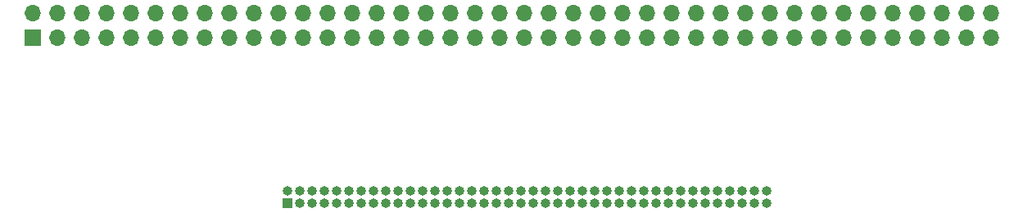
<source format=gbr>
%TF.GenerationSoftware,KiCad,Pcbnew,7.0.10*%
%TF.CreationDate,2024-01-11T10:13:55+00:00*%
%TF.ProjectId,1.27mm_To_2.54mm,312e3237-6d6d-45f5-946f-5f322e35346d,rev?*%
%TF.SameCoordinates,Original*%
%TF.FileFunction,Soldermask,Bot*%
%TF.FilePolarity,Negative*%
%FSLAX46Y46*%
G04 Gerber Fmt 4.6, Leading zero omitted, Abs format (unit mm)*
G04 Created by KiCad (PCBNEW 7.0.10) date 2024-01-11 10:13:55*
%MOMM*%
%LPD*%
G01*
G04 APERTURE LIST*
%ADD10R,1.000000X1.000000*%
%ADD11O,1.000000X1.000000*%
%ADD12R,1.700000X1.700000*%
%ADD13O,1.700000X1.700000*%
G04 APERTURE END LIST*
D10*
%TO.C,J1*%
X120472200Y-96951800D03*
D11*
X120472200Y-95681800D03*
X121742200Y-96951800D03*
X121742200Y-95681800D03*
X123012200Y-96951800D03*
X123012200Y-95681800D03*
X124282200Y-96951800D03*
X124282200Y-95681800D03*
X125552200Y-96951800D03*
X125552200Y-95681800D03*
X126822200Y-96951800D03*
X126822200Y-95681800D03*
X128092200Y-96951800D03*
X128092200Y-95681800D03*
X129362200Y-96951800D03*
X129362200Y-95681800D03*
X130632200Y-96951800D03*
X130632200Y-95681800D03*
X131902200Y-96951800D03*
X131902200Y-95681800D03*
X133172200Y-96951800D03*
X133172200Y-95681800D03*
X134442200Y-96951800D03*
X134442200Y-95681800D03*
X135712200Y-96951800D03*
X135712200Y-95681800D03*
X136982200Y-96951800D03*
X136982200Y-95681800D03*
X138252200Y-96951800D03*
X138252200Y-95681800D03*
X139522200Y-96951800D03*
X139522200Y-95681800D03*
X140792200Y-96951800D03*
X140792200Y-95681800D03*
X142062200Y-96951800D03*
X142062200Y-95681800D03*
X143332200Y-96951800D03*
X143332200Y-95681800D03*
X144602200Y-96951800D03*
X144602200Y-95681800D03*
X145872200Y-96951800D03*
X145872200Y-95681800D03*
X147142200Y-96951800D03*
X147142200Y-95681800D03*
X148412200Y-96951800D03*
X148412200Y-95681800D03*
X149682200Y-96951800D03*
X149682200Y-95681800D03*
X150952200Y-96951800D03*
X150952200Y-95681800D03*
X152222200Y-96951800D03*
X152222200Y-95681800D03*
X153492200Y-96951800D03*
X153492200Y-95681800D03*
X154762200Y-96951800D03*
X154762200Y-95681800D03*
X156032200Y-96951800D03*
X156032200Y-95681800D03*
X157302200Y-96951800D03*
X157302200Y-95681800D03*
X158572200Y-96951800D03*
X158572200Y-95681800D03*
X159842200Y-96951800D03*
X159842200Y-95681800D03*
X161112200Y-96951800D03*
X161112200Y-95681800D03*
X162382200Y-96951800D03*
X162382200Y-95681800D03*
X163652200Y-96951800D03*
X163652200Y-95681800D03*
X164922200Y-96951800D03*
X164922200Y-95681800D03*
X166192200Y-96951800D03*
X166192200Y-95681800D03*
X167462200Y-96951800D03*
X167462200Y-95681800D03*
X168732200Y-96951800D03*
X168732200Y-95681800D03*
X170002200Y-96951800D03*
X170002200Y-95681800D03*
%TD*%
D12*
%TO.C,J2*%
X94107000Y-79883000D03*
D13*
X94107000Y-77343000D03*
X96647000Y-79883000D03*
X96647000Y-77343000D03*
X99187000Y-79883000D03*
X99187000Y-77343000D03*
X101727000Y-79883000D03*
X101727000Y-77343000D03*
X104267000Y-79883000D03*
X104267000Y-77343000D03*
X106807000Y-79883000D03*
X106807000Y-77343000D03*
X109347000Y-79883000D03*
X109347000Y-77343000D03*
X111887000Y-79883000D03*
X111887000Y-77343000D03*
X114427000Y-79883000D03*
X114427000Y-77343000D03*
X116967000Y-79883000D03*
X116967000Y-77343000D03*
X119507000Y-79883000D03*
X119507000Y-77343000D03*
X122047000Y-79883000D03*
X122047000Y-77343000D03*
X124587000Y-79883000D03*
X124587000Y-77343000D03*
X127127000Y-79883000D03*
X127127000Y-77343000D03*
X129667000Y-79883000D03*
X129667000Y-77343000D03*
X132207000Y-79883000D03*
X132207000Y-77343000D03*
X134747000Y-79883000D03*
X134747000Y-77343000D03*
X137287000Y-79883000D03*
X137287000Y-77343000D03*
X139827000Y-79883000D03*
X139827000Y-77343000D03*
X142367000Y-79883000D03*
X142367000Y-77343000D03*
X144907000Y-79883000D03*
X144907000Y-77343000D03*
X147447000Y-79883000D03*
X147447000Y-77343000D03*
X149987000Y-79883000D03*
X149987000Y-77343000D03*
X152527000Y-79883000D03*
X152527000Y-77343000D03*
X155067000Y-79883000D03*
X155067000Y-77343000D03*
X157607000Y-79883000D03*
X157607000Y-77343000D03*
X160147000Y-79883000D03*
X160147000Y-77343000D03*
X162687000Y-79883000D03*
X162687000Y-77343000D03*
X165227000Y-79883000D03*
X165227000Y-77343000D03*
X167767000Y-79883000D03*
X167767000Y-77343000D03*
X170307000Y-79883000D03*
X170307000Y-77343000D03*
X172847000Y-79883000D03*
X172847000Y-77343000D03*
X175387000Y-79883000D03*
X175387000Y-77343000D03*
X177927000Y-79883000D03*
X177927000Y-77343000D03*
X180467000Y-79883000D03*
X180467000Y-77343000D03*
X183007000Y-79883000D03*
X183007000Y-77343000D03*
X185547000Y-79883000D03*
X185547000Y-77343000D03*
X188087000Y-79883000D03*
X188087000Y-77343000D03*
X190627000Y-79883000D03*
X190627000Y-77343000D03*
X193167000Y-79883000D03*
X193167000Y-77343000D03*
%TD*%
M02*

</source>
